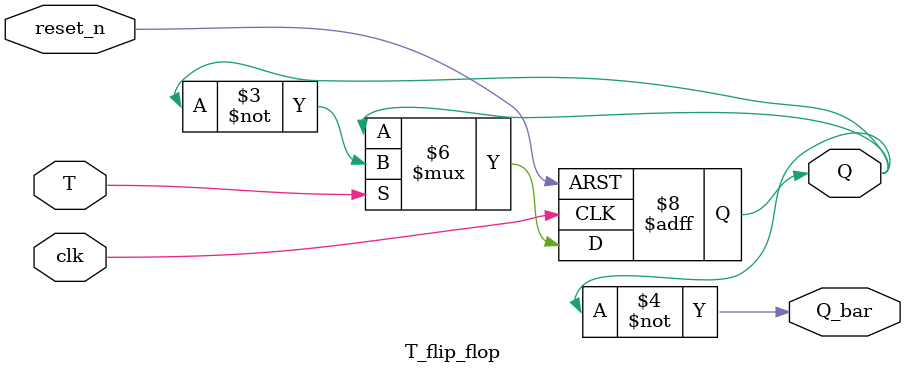
<source format=v>
module T_flip_flop(
    input   wire T,
    input   wire clk,
    input   wire reset_n,
    output  reg  Q,
    output  wire Q_bar  
);

    always @(posedge clk or negedge reset_n) begin
        if(!reset_n)
            Q <= 1'b0;
        else if (T)
            Q <= ~Q;
        else
            Q <= Q;
    end
    assign Q_bar = ~Q;
endmodule
        
</source>
